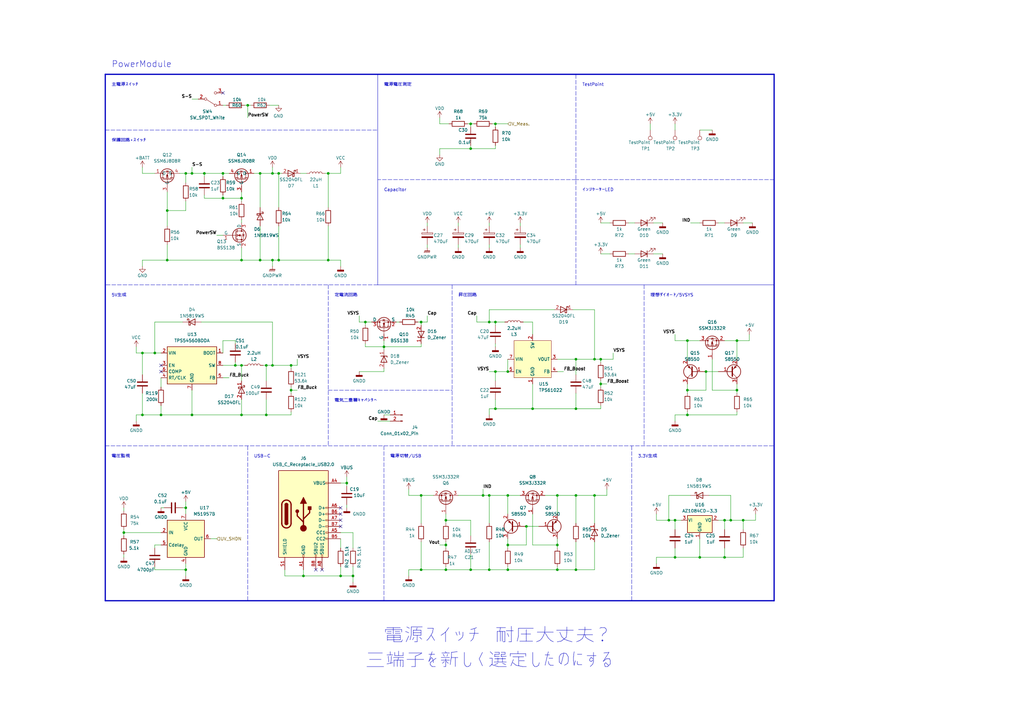
<source format=kicad_sch>
(kicad_sch (version 20230121) (generator eeschema)
  (paper "A3")
  (junction (at 208.28 233.68))
  (junction (at 198.12 203.2))
  (junction (at 99.06 106.68))
  (junction (at 91.44 81.28))
  (junction (at 149.86 132.08))
  (junction (at 111.76 149.86))
  (junction (at 203.2 167.64))
  (junction (at 236.22 233.68))
  (junction (at 142.24 198.12))
  (junction (at 119.38 149.86))
  (junction (at 228.6 233.68))
  (junction (at 304.8 213.36))
  (junction (at 203.2 132.08))
  (junction (at 101.6 43.18))
  (junction (at 66.04 170.18))
  (junction (at 99.06 170.18))
  (junction (at 78.74 170.18))
  (junction (at 124.46 236.22))
  (junction (at 76.2 71.12))
  (junction (at 215.9 215.9))
  (junction (at 203.2 152.4))
  (junction (at 172.72 233.68))
  (junction (at 109.22 170.18))
  (junction (at 111.76 71.12))
  (junction (at 182.88 213.36))
  (junction (at 243.84 147.32))
  (junction (at 228.6 203.2))
  (junction (at 297.18 228.6))
  (junction (at 246.38 157.48))
  (junction (at 193.04 233.68))
  (junction (at 68.58 106.68))
  (junction (at 68.58 86.36))
  (junction (at 106.68 106.68))
  (junction (at 172.72 132.08))
  (junction (at 114.3 106.68))
  (junction (at 246.38 147.32))
  (junction (at 99.06 81.28))
  (junction (at 76.2 233.68))
  (junction (at 63.5 144.78))
  (junction (at 172.72 203.2))
  (junction (at 139.7 236.22))
  (junction (at 208.28 203.2))
  (junction (at 200.66 132.08))
  (junction (at 302.26 139.7))
  (junction (at 200.66 203.2))
  (junction (at 274.32 213.36))
  (junction (at 96.52 149.86))
  (junction (at 236.22 147.32))
  (junction (at 50.8 218.44))
  (junction (at 119.38 160.02))
  (junction (at 236.22 167.64))
  (junction (at 109.22 149.86))
  (junction (at 200.66 233.68))
  (junction (at 58.42 170.18))
  (junction (at 91.44 71.12))
  (junction (at 78.74 71.12))
  (junction (at 281.94 139.7))
  (junction (at 134.62 106.68))
  (junction (at 134.62 71.12))
  (junction (at 299.72 213.36))
  (junction (at 297.18 213.36))
  (junction (at 281.94 160.02))
  (junction (at 276.86 228.6))
  (junction (at 276.86 213.36))
  (junction (at 83.82 71.12))
  (junction (at 193.04 60.96))
  (junction (at 58.42 144.78))
  (junction (at 302.26 160.02))
  (junction (at 76.2 208.28))
  (junction (at 236.22 203.2))
  (junction (at 203.2 50.8))
  (junction (at 289.56 152.4))
  (junction (at 114.3 71.12))
  (junction (at 287.02 228.6))
  (junction (at 228.6 223.52))
  (junction (at 243.84 203.2))
  (junction (at 157.48 142.24))
  (junction (at 281.94 170.18))
  (junction (at 111.76 106.68))
  (junction (at 193.04 50.8))
  (junction (at 182.88 223.52))
  (junction (at 99.06 149.86))
  (junction (at 182.88 233.68))
  (junction (at 144.78 236.22))
  (junction (at 106.68 71.12))
  (junction (at 208.28 152.4))
  (junction (at 218.44 167.64))
  (junction (at 208.28 223.52))
  (no_connect (at 66.04 149.86))
  (no_connect (at 91.44 38.1))
  (no_connect (at 139.7 215.9))
  (no_connect (at 129.54 233.68))
  (no_connect (at 132.08 233.68))
  (no_connect (at 139.7 208.28))
  (no_connect (at 139.7 213.36))
  (no_connect (at 139.7 210.82))
  (no_connect (at 66.04 152.4))
  (wire (pts (xy 63.5 233.68) (xy 76.2 233.68)))
  (wire (pts (xy 144.78 236.22) (xy 144.78 238.76)))
  (wire (pts (xy 157.48 139.7) (xy 157.48 142.24)))
  (wire (pts (xy 297.18 224.79) (xy 297.18 228.6)))
  (wire (pts (xy 68.58 86.36) (xy 68.58 92.71)))
  (wire (pts (xy 218.44 210.82) (xy 218.44 223.52)))
  (wire (pts (xy 287.02 220.98) (xy 287.02 228.6)))
  (wire (pts (xy 78.74 170.18) (xy 99.06 170.18)))
  (wire (pts (xy 193.04 227.33) (xy 193.04 233.68)))
  (wire (pts (xy 309.88 210.82) (xy 309.88 213.36)))
  (wire (pts (xy 269.24 228.6) (xy 269.24 231.14)))
  (wire (pts (xy 175.26 129.54) (xy 175.26 132.08)))
  (wire (pts (xy 294.64 91.44) (xy 297.18 91.44)))
  (wire (pts (xy 281.94 160.02) (xy 289.56 160.02)))
  (wire (pts (xy 208.28 233.68) (xy 228.6 233.68)))
  (wire (pts (xy 228.6 152.4) (xy 231.14 152.4)))
  (wire (pts (xy 234.95 127) (xy 243.84 127)))
  (wire (pts (xy 276.86 170.18) (xy 276.86 172.72)))
  (wire (pts (xy 157.48 142.24) (xy 157.48 143.51)))
  (polyline (pts (xy 236.22 73.66) (xy 154.94 73.66)) (stroke (width 0) (type dash)))
  (wire (pts (xy 66.04 154.94) (xy 66.04 158.75)))
  (wire (pts (xy 139.7 106.68) (xy 139.7 109.22)))
  (wire (pts (xy 200.66 233.68) (xy 208.28 233.68)))
  (wire (pts (xy 55.88 170.18) (xy 55.88 172.72)))
  (wire (pts (xy 63.5 132.08) (xy 63.5 144.78)))
  (wire (pts (xy 236.22 147.32) (xy 243.84 147.32)))
  (wire (pts (xy 180.34 223.52) (xy 182.88 223.52)))
  (wire (pts (xy 50.8 218.44) (xy 66.04 218.44)))
  (wire (pts (xy 276.86 228.6) (xy 287.02 228.6)))
  (wire (pts (xy 58.42 144.78) (xy 63.5 144.78)))
  (polyline (pts (xy 317.5 30.48) (xy 317.5 246.38)) (stroke (width 0.5) (type solid)))
  (wire (pts (xy 187.96 100.33) (xy 187.96 101.6)))
  (wire (pts (xy 236.22 203.2) (xy 243.84 203.2)))
  (wire (pts (xy 58.42 71.12) (xy 63.5 71.12)))
  (wire (pts (xy 172.72 233.68) (xy 182.88 233.68)))
  (wire (pts (xy 193.04 233.68) (xy 200.66 233.68)))
  (wire (pts (xy 114.3 71.12) (xy 115.57 71.12)))
  (wire (pts (xy 182.88 214.63) (xy 182.88 213.36)))
  (wire (pts (xy 248.92 200.66) (xy 248.92 203.2)))
  (wire (pts (xy 276.86 50.8) (xy 276.86 53.34)))
  (wire (pts (xy 200.66 167.64) (xy 200.66 170.18)))
  (polyline (pts (xy 43.18 30.48) (xy 317.5 30.48)) (stroke (width 0.5) (type solid)))
  (wire (pts (xy 139.7 232.41) (xy 139.7 236.22)))
  (wire (pts (xy 134.62 71.12) (xy 134.62 85.09)))
  (wire (pts (xy 147.32 152.4) (xy 157.48 152.4)))
  (wire (pts (xy 299.72 213.36) (xy 304.8 213.36)))
  (wire (pts (xy 76.2 233.68) (xy 76.2 236.22)))
  (wire (pts (xy 86.36 220.98) (xy 88.9 220.98)))
  (wire (pts (xy 208.28 232.41) (xy 208.28 233.68)))
  (wire (pts (xy 101.6 43.18) (xy 102.87 43.18)))
  (wire (pts (xy 228.6 232.41) (xy 228.6 233.68)))
  (wire (pts (xy 243.84 127) (xy 243.84 147.32)))
  (wire (pts (xy 276.86 224.79) (xy 276.86 228.6)))
  (wire (pts (xy 99.06 78.74) (xy 99.06 81.28)))
  (wire (pts (xy 200.66 167.64) (xy 203.2 167.64)))
  (wire (pts (xy 182.88 222.25) (xy 182.88 223.52)))
  (wire (pts (xy 50.8 217.17) (xy 50.8 218.44)))
  (wire (pts (xy 266.7 50.8) (xy 266.7 53.34)))
  (wire (pts (xy 203.2 152.4) (xy 208.28 152.4)))
  (wire (pts (xy 228.6 210.82) (xy 228.6 203.2)))
  (wire (pts (xy 302.26 168.91) (xy 302.26 170.18)))
  (wire (pts (xy 119.38 168.91) (xy 119.38 170.18)))
  (wire (pts (xy 50.8 228.6) (xy 50.8 227.33)))
  (wire (pts (xy 157.48 170.18) (xy 160.02 170.18)))
  (wire (pts (xy 100.33 43.18) (xy 101.6 43.18)))
  (wire (pts (xy 96.52 148.59) (xy 96.52 149.86)))
  (wire (pts (xy 91.44 71.12) (xy 93.98 71.12)))
  (wire (pts (xy 99.06 163.83) (xy 99.06 170.18)))
  (wire (pts (xy 139.7 106.68) (xy 134.62 106.68)))
  (wire (pts (xy 302.26 147.32) (xy 302.26 139.7)))
  (wire (pts (xy 276.86 213.36) (xy 276.86 217.17)))
  (wire (pts (xy 114.3 106.68) (xy 134.62 106.68)))
  (wire (pts (xy 83.82 71.12) (xy 83.82 72.39)))
  (wire (pts (xy 246.38 156.21) (xy 246.38 157.48)))
  (wire (pts (xy 203.2 163.83) (xy 203.2 167.64)))
  (wire (pts (xy 68.58 106.68) (xy 99.06 106.68)))
  (polyline (pts (xy 259.08 182.88) (xy 259.08 246.38)) (stroke (width 0) (type dash)))
  (wire (pts (xy 76.2 71.12) (xy 78.74 71.12)))
  (wire (pts (xy 139.7 236.22) (xy 124.46 236.22)))
  (wire (pts (xy 292.1 160.02) (xy 302.26 160.02)))
  (wire (pts (xy 76.2 82.55) (xy 76.2 86.36)))
  (wire (pts (xy 91.44 80.01) (xy 91.44 81.28)))
  (wire (pts (xy 193.04 52.07) (xy 193.04 50.8)))
  (wire (pts (xy 58.42 68.58) (xy 58.42 71.12)))
  (wire (pts (xy 76.2 231.14) (xy 76.2 233.68)))
  (wire (pts (xy 213.36 100.33) (xy 213.36 101.6)))
  (wire (pts (xy 106.68 106.68) (xy 111.76 106.68)))
  (wire (pts (xy 111.76 106.68) (xy 114.3 106.68)))
  (wire (pts (xy 304.8 213.36) (xy 304.8 217.17)))
  (wire (pts (xy 243.84 147.32) (xy 246.38 147.32)))
  (wire (pts (xy 218.44 167.64) (xy 236.22 167.64)))
  (polyline (pts (xy 43.18 53.34) (xy 154.94 53.34)) (stroke (width 0) (type dash)))
  (wire (pts (xy 297.18 213.36) (xy 297.18 217.17)))
  (wire (pts (xy 203.2 59.69) (xy 203.2 60.96)))
  (wire (pts (xy 200.66 214.63) (xy 200.66 203.2)))
  (wire (pts (xy 213.36 203.2) (xy 208.28 203.2)))
  (wire (pts (xy 269.24 213.36) (xy 274.32 213.36)))
  (wire (pts (xy 74.93 132.08) (xy 63.5 132.08)))
  (polyline (pts (xy 317.5 73.66) (xy 236.22 73.66)) (stroke (width 0) (type dash)))
  (wire (pts (xy 76.2 86.36) (xy 68.58 86.36)))
  (wire (pts (xy 203.2 167.64) (xy 218.44 167.64)))
  (wire (pts (xy 200.66 222.25) (xy 200.66 233.68)))
  (wire (pts (xy 215.9 215.9) (xy 220.98 215.9)))
  (wire (pts (xy 290.83 203.2) (xy 299.72 203.2)))
  (wire (pts (xy 144.78 218.44) (xy 144.78 224.79)))
  (wire (pts (xy 121.92 147.32) (xy 121.92 149.86)))
  (wire (pts (xy 215.9 223.52) (xy 215.9 215.9)))
  (wire (pts (xy 124.46 236.22) (xy 124.46 233.68)))
  (wire (pts (xy 88.9 96.52) (xy 91.44 96.52)))
  (wire (pts (xy 96.52 139.7) (xy 96.52 140.97)))
  (wire (pts (xy 172.72 142.24) (xy 157.48 142.24)))
  (wire (pts (xy 203.2 140.97) (xy 203.2 142.24)))
  (wire (pts (xy 246.38 157.48) (xy 246.38 158.75)))
  (wire (pts (xy 200.66 100.33) (xy 200.66 101.6)))
  (wire (pts (xy 116.84 236.22) (xy 124.46 236.22)))
  (wire (pts (xy 289.56 152.4) (xy 294.64 152.4)))
  (wire (pts (xy 106.68 71.12) (xy 111.76 71.12)))
  (wire (pts (xy 246.38 166.37) (xy 246.38 167.64)))
  (wire (pts (xy 91.44 154.94) (xy 93.98 154.94)))
  (wire (pts (xy 287.02 228.6) (xy 297.18 228.6)))
  (wire (pts (xy 236.22 233.68) (xy 228.6 233.68)))
  (wire (pts (xy 281.94 168.91) (xy 281.94 170.18)))
  (wire (pts (xy 55.88 170.18) (xy 58.42 170.18)))
  (wire (pts (xy 172.72 132.08) (xy 172.72 133.35)))
  (wire (pts (xy 78.74 40.64) (xy 81.28 40.64)))
  (wire (pts (xy 251.46 144.78) (xy 251.46 147.32)))
  (wire (pts (xy 91.44 43.18) (xy 92.71 43.18)))
  (wire (pts (xy 200.66 127) (xy 200.66 132.08)))
  (wire (pts (xy 149.86 132.08) (xy 152.4 132.08)))
  (wire (pts (xy 267.97 91.44) (xy 271.78 91.44)))
  (wire (pts (xy 182.88 233.68) (xy 182.88 232.41)))
  (wire (pts (xy 236.22 222.25) (xy 236.22 233.68)))
  (wire (pts (xy 281.94 160.02) (xy 281.94 161.29)))
  (wire (pts (xy 208.28 223.52) (xy 208.28 224.79)))
  (wire (pts (xy 302.26 160.02) (xy 302.26 161.29)))
  (wire (pts (xy 78.74 68.58) (xy 78.74 71.12)))
  (wire (pts (xy 91.44 81.28) (xy 99.06 81.28)))
  (wire (pts (xy 123.19 71.12) (xy 125.73 71.12)))
  (wire (pts (xy 195.58 132.08) (xy 200.66 132.08)))
  (wire (pts (xy 182.88 233.68) (xy 193.04 233.68)))
  (wire (pts (xy 193.04 50.8) (xy 191.77 50.8)))
  (wire (pts (xy 276.86 137.16) (xy 276.86 139.7)))
  (wire (pts (xy 182.88 213.36) (xy 182.88 210.82)))
  (wire (pts (xy 149.86 142.24) (xy 157.48 142.24)))
  (wire (pts (xy 287.02 139.7) (xy 281.94 139.7)))
  (wire (pts (xy 248.92 157.48) (xy 246.38 157.48)))
  (wire (pts (xy 83.82 81.28) (xy 91.44 81.28)))
  (wire (pts (xy 111.76 109.22) (xy 111.76 106.68)))
  (wire (pts (xy 147.32 132.08) (xy 149.86 132.08)))
  (wire (pts (xy 274.32 203.2) (xy 274.32 213.36)))
  (wire (pts (xy 149.86 132.08) (xy 149.86 133.35)))
  (wire (pts (xy 193.04 50.8) (xy 194.31 50.8)))
  (wire (pts (xy 193.04 59.69) (xy 193.04 60.96)))
  (wire (pts (xy 142.24 195.58) (xy 142.24 198.12)))
  (wire (pts (xy 78.74 71.12) (xy 83.82 71.12)))
  (polyline (pts (xy 134.62 160.02) (xy 185.42 160.02)) (stroke (width 0) (type dash)))
  (wire (pts (xy 104.14 71.12) (xy 106.68 71.12)))
  (wire (pts (xy 58.42 170.18) (xy 66.04 170.18)))
  (wire (pts (xy 107.95 149.86) (xy 109.22 149.86)))
  (wire (pts (xy 218.44 157.48) (xy 218.44 167.64)))
  (wire (pts (xy 82.55 132.08) (xy 111.76 132.08)))
  (wire (pts (xy 218.44 137.16) (xy 218.44 132.08)))
  (wire (pts (xy 76.2 205.74) (xy 76.2 208.28)))
  (wire (pts (xy 243.84 203.2) (xy 248.92 203.2)))
  (wire (pts (xy 63.5 224.79) (xy 63.5 223.52)))
  (wire (pts (xy 167.64 233.68) (xy 172.72 233.68)))
  (wire (pts (xy 200.66 152.4) (xy 203.2 152.4)))
  (wire (pts (xy 304.8 213.36) (xy 309.88 213.36)))
  (wire (pts (xy 63.5 223.52) (xy 66.04 223.52)))
  (wire (pts (xy 99.06 81.28) (xy 99.06 82.55)))
  (polyline (pts (xy 205.74 182.88) (xy 317.5 182.88)) (stroke (width 0) (type dash)))
  (wire (pts (xy 68.58 78.74) (xy 68.58 86.36)))
  (wire (pts (xy 246.38 147.32) (xy 251.46 147.32)))
  (polyline (pts (xy 134.62 116.84) (xy 134.62 182.88)) (stroke (width 0) (type dash)))
  (wire (pts (xy 171.45 132.08) (xy 172.72 132.08)))
  (wire (pts (xy 198.12 200.66) (xy 198.12 203.2)))
  (wire (pts (xy 243.84 233.68) (xy 236.22 233.68)))
  (wire (pts (xy 297.18 228.6) (xy 304.8 228.6)))
  (wire (pts (xy 236.22 167.64) (xy 236.22 161.29)))
  (wire (pts (xy 91.44 139.7) (xy 96.52 139.7)))
  (wire (pts (xy 236.22 203.2) (xy 236.22 214.63)))
  (wire (pts (xy 175.26 91.44) (xy 175.26 92.71)))
  (wire (pts (xy 134.62 92.71) (xy 134.62 106.68)))
  (wire (pts (xy 228.6 223.52) (xy 228.6 224.79)))
  (wire (pts (xy 274.32 213.36) (xy 276.86 213.36)))
  (wire (pts (xy 281.94 170.18) (xy 302.26 170.18)))
  (wire (pts (xy 50.8 218.44) (xy 50.8 219.71)))
  (wire (pts (xy 304.8 224.79) (xy 304.8 228.6)))
  (wire (pts (xy 180.34 50.8) (xy 184.15 50.8)))
  (wire (pts (xy 228.6 203.2) (xy 236.22 203.2)))
  (wire (pts (xy 106.68 71.12) (xy 106.68 85.09)))
  (polyline (pts (xy 154.94 116.84) (xy 43.18 116.84)) (stroke (width 0) (type dash)))
  (wire (pts (xy 299.72 203.2) (xy 299.72 213.36)))
  (wire (pts (xy 246.38 167.64) (xy 236.22 167.64)))
  (wire (pts (xy 208.28 203.2) (xy 208.28 210.82)))
  (wire (pts (xy 55.88 144.78) (xy 58.42 144.78)))
  (wire (pts (xy 180.34 60.96) (xy 193.04 60.96)))
  (wire (pts (xy 58.42 161.29) (xy 58.42 170.18)))
  (wire (pts (xy 116.84 233.68) (xy 116.84 236.22)))
  (wire (pts (xy 213.36 91.44) (xy 213.36 92.71)))
  (polyline (pts (xy 154.94 116.84) (xy 317.5 116.84)) (stroke (width 0) (type solid)))
  (wire (pts (xy 78.74 160.02) (xy 78.74 170.18)))
  (wire (pts (xy 73.66 71.12) (xy 76.2 71.12)))
  (wire (pts (xy 297.18 213.36) (xy 299.72 213.36)))
  (wire (pts (xy 101.6 43.18) (xy 101.6 48.26)))
  (wire (pts (xy 121.92 149.86) (xy 119.38 149.86)))
  (wire (pts (xy 175.26 100.33) (xy 175.26 101.6)))
  (wire (pts (xy 119.38 151.13) (xy 119.38 149.86)))
  (wire (pts (xy 106.68 92.71) (xy 106.68 106.68)))
  (wire (pts (xy 99.06 149.86) (xy 99.06 156.21)))
  (wire (pts (xy 195.58 129.54) (xy 195.58 132.08)))
  (wire (pts (xy 66.04 170.18) (xy 78.74 170.18)))
  (wire (pts (xy 167.64 236.22) (xy 167.64 233.68)))
  (wire (pts (xy 208.28 220.98) (xy 208.28 223.52)))
  (wire (pts (xy 172.72 203.2) (xy 177.8 203.2)))
  (wire (pts (xy 182.88 213.36) (xy 193.04 213.36)))
  (wire (pts (xy 111.76 149.86) (xy 119.38 149.86)))
  (wire (pts (xy 50.8 208.28) (xy 50.8 209.55)))
  (wire (pts (xy 58.42 144.78) (xy 58.42 153.67)))
  (wire (pts (xy 182.88 223.52) (xy 182.88 224.79)))
  (polyline (pts (xy 43.18 246.38) (xy 43.18 30.48)) (stroke (width 0.5)))
  (wire (pts (xy 292.1 147.32) (xy 292.1 160.02)))
  (wire (pts (xy 91.44 144.78) (xy 91.44 139.7)))
  (wire (pts (xy 139.7 236.22) (xy 144.78 236.22)))
  (wire (pts (xy 114.3 71.12) (xy 111.76 71.12)))
  (wire (pts (xy 218.44 223.52) (xy 228.6 223.52)))
  (wire (pts (xy 172.72 140.97) (xy 172.72 142.24)))
  (wire (pts (xy 276.86 170.18) (xy 281.94 170.18)))
  (polyline (pts (xy 264.16 116.84) (xy 264.16 182.88)) (stroke (width 0) (type dash)))
  (wire (pts (xy 99.06 101.6) (xy 99.06 106.68)))
  (wire (pts (xy 281.94 157.48) (xy 281.94 160.02)))
  (wire (pts (xy 257.81 91.44) (xy 260.35 91.44)))
  (wire (pts (xy 203.2 132.08) (xy 207.01 132.08)))
  (wire (pts (xy 187.96 91.44) (xy 187.96 92.71)))
  (wire (pts (xy 236.22 147.32) (xy 236.22 153.67)))
  (wire (pts (xy 214.63 132.08) (xy 218.44 132.08)))
  (wire (pts (xy 68.58 106.68) (xy 58.42 106.68)))
  (wire (pts (xy 193.04 219.71) (xy 193.04 213.36)))
  (wire (pts (xy 246.38 91.44) (xy 250.19 91.44)))
  (wire (pts (xy 200.66 203.2) (xy 208.28 203.2)))
  (wire (pts (xy 203.2 50.8) (xy 208.28 50.8)))
  (wire (pts (xy 111.76 68.58) (xy 111.76 71.12)))
  (wire (pts (xy 267.97 104.14) (xy 271.78 104.14)))
  (wire (pts (xy 58.42 106.68) (xy 58.42 109.22)))
  (wire (pts (xy 203.2 50.8) (xy 203.2 52.07)))
  (wire (pts (xy 223.52 203.2) (xy 228.6 203.2)))
  (wire (pts (xy 287.02 53.34) (xy 292.1 53.34)))
  (wire (pts (xy 307.34 137.16) (xy 307.34 139.7)))
  (wire (pts (xy 111.76 132.08) (xy 111.76 149.86)))
  (wire (pts (xy 172.72 132.08) (xy 175.26 132.08)))
  (wire (pts (xy 91.44 71.12) (xy 91.44 72.39)))
  (wire (pts (xy 180.34 63.5) (xy 180.34 60.96)))
  (wire (pts (xy 119.38 160.02) (xy 119.38 161.29)))
  (wire (pts (xy 228.6 220.98) (xy 228.6 223.52)))
  (wire (pts (xy 200.66 91.44) (xy 200.66 92.71)))
  (wire (pts (xy 208.28 152.4) (xy 208.28 147.32)))
  (wire (pts (xy 187.96 203.2) (xy 198.12 203.2)))
  (wire (pts (xy 274.32 203.2) (xy 283.21 203.2)))
  (wire (pts (xy 193.04 60.96) (xy 203.2 60.96)))
  (wire (pts (xy 180.34 48.26) (xy 180.34 50.8)))
  (wire (pts (xy 63.5 232.41) (xy 63.5 233.68)))
  (wire (pts (xy 203.2 132.08) (xy 203.2 133.35)))
  (wire (pts (xy 167.64 203.2) (xy 172.72 203.2)))
  (wire (pts (xy 157.48 151.13) (xy 157.48 152.4)))
  (wire (pts (xy 121.92 160.02) (xy 119.38 160.02)))
  (wire (pts (xy 109.22 149.86) (xy 109.22 156.21)))
  (wire (pts (xy 200.66 127) (xy 227.33 127)))
  (wire (pts (xy 302.26 157.48) (xy 302.26 160.02)))
  (wire (pts (xy 144.78 232.41) (xy 144.78 236.22)))
  (wire (pts (xy 294.64 213.36) (xy 297.18 213.36)))
  (wire (pts (xy 154.94 172.72) (xy 160.02 172.72)))
  (polyline (pts (xy 236.22 116.84) (xy 236.22 30.48)) (stroke (width 0) (type dash)))
  (wire (pts (xy 228.6 147.32) (xy 236.22 147.32)))
  (wire (pts (xy 289.56 160.02) (xy 289.56 152.4)))
  (wire (pts (xy 276.86 139.7) (xy 281.94 139.7)))
  (wire (pts (xy 162.56 132.08) (xy 163.83 132.08)))
  (wire (pts (xy 133.35 71.12) (xy 134.62 71.12)))
  (wire (pts (xy 109.22 149.86) (xy 111.76 149.86)))
  (wire (pts (xy 114.3 92.71) (xy 114.3 106.68)))
  (wire (pts (xy 139.7 220.98) (xy 139.7 224.79)))
  (wire (pts (xy 281.94 139.7) (xy 281.94 147.32)))
  (wire (pts (xy 63.5 144.78) (xy 66.04 144.78)))
  (wire (pts (xy 110.49 43.18) (xy 114.3 43.18)))
  (wire (pts (xy 302.26 139.7) (xy 307.34 139.7)))
  (wire (pts (xy 76.2 208.28) (xy 76.2 210.82)))
  (wire (pts (xy 243.84 203.2) (xy 243.84 214.63)))
  (wire (pts (xy 83.82 80.01) (xy 83.82 81.28)))
  (wire (pts (xy 66.04 166.37) (xy 66.04 170.18)))
  (wire (pts (xy 114.3 71.12) (xy 114.3 85.09)))
  (wire (pts (xy 243.84 222.25) (xy 243.84 233.68)))
  (wire (pts (xy 208.28 223.52) (xy 215.9 223.52)))
  (wire (pts (xy 66.04 208.28) (xy 67.31 208.28)))
  (wire (pts (xy 139.7 68.58) (xy 139.7 71.12)))
  (wire (pts (xy 149.86 140.97) (xy 149.86 142.24)))
  (wire (pts (xy 109.22 170.18) (xy 119.38 170.18)))
  (wire (pts (xy 246.38 104.14) (xy 250.19 104.14)))
  (polyline (pts (xy 101.6 182.88) (xy 101.6 246.38)) (stroke (width 0) (type dash)))
  (wire (pts (xy 283.21 91.44) (xy 287.02 91.44)))
  (wire (pts (xy 139.7 218.44) (xy 144.78 218.44)))
  (wire (pts (xy 203.2 152.4) (xy 203.2 156.21)))
  (wire (pts (xy 142.24 198.12) (xy 142.24 199.39)))
  (wire (pts (xy 276.86 213.36) (xy 279.4 213.36)))
  (wire (pts (xy 99.06 90.17) (xy 99.06 91.44)))
  (wire (pts (xy 68.58 100.33) (xy 68.58 106.68)))
  (wire (pts (xy 119.38 158.75) (xy 119.38 160.02)))
  (polyline (pts (xy 185.42 116.84) (xy 185.42 182.88)) (stroke (width 0) (type dash)))
  (polyline (pts (xy 154.94 30.48) (xy 154.94 116.84)) (stroke (width 0) (type solid)))
  (wire (pts (xy 172.72 222.25) (xy 172.72 233.68)))
  (wire (pts (xy 246.38 148.59) (xy 246.38 147.32)))
  (wire (pts (xy 99.06 170.18) (xy 109.22 170.18)))
  (wire (pts (xy 147.32 129.54) (xy 147.32 132.08)))
  (wire (pts (xy 134.62 71.12) (xy 139.7 71.12)))
  (wire (pts (xy 304.8 91.44) (xy 308.61 91.44)))
  (wire (pts (xy 96.52 149.86) (xy 99.06 149.86)))
  (polyline (pts (xy 157.48 182.88) (xy 157.48 246.38)) (stroke (width 0) (type dash)))
  (wire (pts (xy 76.2 71.12) (xy 76.2 74.93)))
  (polyline (pts (xy 317.5 246.38) (xy 43.18 246.38)) (stroke (width 0.5) (type solid)))
  (wire (pts (xy 74.93 208.28) (xy 76.2 208.28)))
  (wire (pts (xy 200.66 132.08) (xy 203.2 132.08)))
  (wire (pts (xy 172.72 203.2) (xy 172.72 214.63)))
  (polyline (pts (xy 43.18 182.88) (xy 205.74 182.88)) (stroke (width 0) (type dash)))
  (wire (pts (xy 83.82 71.12) (xy 91.44 71.12)))
  (wire (pts (xy 99.06 149.86) (xy 100.33 149.86)))
  (wire (pts (xy 269.24 228.6) (xy 276.86 228.6)))
  (wire (pts (xy 142.24 207.01) (xy 142.24 208.28)))
  (wire (pts (xy 167.64 200.66) (xy 167.64 203.2)))
  (wire (pts (xy 257.81 104.14) (xy 260.35 104.14)))
  (wire (pts (xy 55.88 144.78) (xy 55.88 142.24)))
  (wire (pts (xy 91.44 149.86) (xy 96.52 149.86)))
  (wire (pts (xy 198.12 203.2) (xy 200.66 203.2)))
  (wire (pts (xy 297.18 139.7) (xy 302.26 139.7)))
  (wire (pts (xy 109.22 163.83) (xy 109.22 170.18)))
  (wire (pts (xy 139.7 198.12) (xy 142.24 198.12)))
  (wire (pts (xy 99.06 106.68) (xy 106.68 106.68)))
  (wire (pts (xy 201.93 50.8) (xy 203.2 50.8)))
  (wire (pts (xy 269.24 210.82) (xy 269.24 213.36)))
  (text "電圧監視" (at 45.72 187.96 0) (effects (font (size 1.27 1.27)) (justify left bottom)))
  (text "定電流回路" (at 137.16 121.92 0) (effects (font (size 1.27 1.27)) (justify left bottom)))
  (text "5V生成" (at 45.72 121.92 0) (effects (font (size 1.27 1.27)) (justify left bottom)))
  (text "電源切替/USB" (at 160.02 187.96 0) (effects (font (size 1.27 1.27)) (justify left bottom)))
  (text "電源スイッチ　耐圧大丈夫？" (at 157.48 264.16 0) (effects (font (size 5.56 5.56)) (justify left bottom)))
  (text "電源電圧測定" (at 157.48 35.56 0) (effects (font (size 1.27 1.27)) (justify left bottom)))
  (text "3.3V生成" (at 261.62 187.96 0) (effects (font (size 1.27 1.27)) (justify left bottom)))
  (text "主電源スイッチ" (at 45.72 35.56 0) (effects (font (size 1.27 1.27)) (justify left bottom)))
  (text "昇圧回路" (at 187.96 121.92 0) (effects (font (size 1.27 1.27)) (justify left bottom)))
  (text "理想ダイオード/5VSYS" (at 266.7 121.92 0) (effects (font (size 1.27 1.27)) (justify left bottom)))
  (text "保護回路・スイッチ" (at 45.72 58.42 0) (effects (font (size 1.27 1.27)) (justify left bottom)))
  (text "三端子を新しく選定したのにする" (at 149.86 274.32 0) (effects (font (size 5.56 5.56)) (justify left bottom)))
  (text "TestPoint" (at 238.76 35.56 0) (effects (font (size 1.27 1.27)) (justify left bottom)))
  (text "Capacitor" (at 157.48 78.74 0) (effects (font (size 1.27 1.27)) (justify left bottom)))
  (text "USB-C" (at 104.14 187.96 0) (effects (font (size 1.27 1.27)) (justify left bottom)))
  (text "電気二重層キャパシタへ" (at 137.16 165.1 0) (effects (font (size 1.27 1.27)) (justify left bottom)))
  (text "インジケーターLED" (at 238.76 78.74 0) (effects (font (size 1.27 1.27)) (justify left bottom)))
  (text "PowerModule" (at 45.72 27.94 0) (effects (font (size 2.54 2.54)) (justify left bottom)))
  (label "VSYS" (at 121.92 147.32 0) (effects (font (thickness 0.254) bold)))
  (label "Cap" (at 175.26 129.54 0) (effects (font (thickness 0.254) bold)))
  (label "Vout" (at 180.34 223.52 180) (effects (font (thickness 0.254) bold)))
  (label "FB_Boost" (at 231.14 152.4 0) (effects (font (thickness 0.254) bold italic)))
  (label "VSYS" (at 276.86 137.16 180) (effects (font (thickness 0.254) bold)))
  (label "PowerSW" (at 88.9 96.52 180) (effects (font (thickness 0.254) bold)))
  (label "FB_Buck" (at 93.98 154.94 0) (effects (font (thickness 0.254) bold italic)))
  (label "S-S" (at 78.74 40.64 180) (effects (font (thickness 0.254) bold)))
  (label "VSYS" (at 251.46 144.78 0) (effects (font (thickness 0.254) bold)))
  (label "IND" (at 198.12 200.66 0) (effects (font (thickness 0.254) bold)))
  (label "Cap" (at 195.58 129.54 180) (effects (font (thickness 0.254) bold)))
  (label "S-S" (at 78.74 68.58 0) (effects (font (thickness 0.254) bold)))
  (label "IND" (at 283.21 91.44 180) (effects (font (thickness 0.254) bold)))
  (label "PowerSW" (at 101.6 48.26 0) (effects (font (thickness 0.254) bold)))
  (label "Cap" (at 154.94 172.72 180) (effects (font (thickness 0.254) bold)))
  (label "VSYS" (at 200.66 152.4 180) (effects (font (thickness 0.254) bold)))
  (label "VSYS" (at 147.32 129.54 180) (effects (font (thickness 0.254) bold)))
  (label "FB_Buck" (at 121.92 160.02 0) (effects (font (thickness 0.254) bold italic)))
  (label "FB_Boost" (at 248.92 157.48 0) (effects (font (thickness 0.254) bold italic)))
  (hierarchical_label "UV_SHDN" (shape input) (at 88.9 220.98 0))
  (hierarchical_label "V_Meas." (shape input) (at 208.28 50.8 0))
  (symbol (lib_id "Device:C_Polarized") (at 175.26 96.52 0) (unit 1)
    (property "Reference" "C27" (at 177.8 96.52 0) (effects (justify left)))
    (property "Value" "470uF" (at 177.8 99.06 0) (effects (justify left)))
  )
  (symbol (lib_id "power:GND") (at 58.42 109.22 0) (unit 1)
    (property "Reference" "#PWR082" (effects hide))
    (property "Value" "GND" (at 58.42 113.03 0))
  )
  (symbol (lib_id "Device:R") (at 50.8 213.36 180) (unit 1)
    (property "Reference" "R54" (at 53.34 212.09 0) (effects (justify right)))
    (property "Value" "75k" (at 53.34 214.63 0) (effects (justify right)))
    (property "Footprint" "Resistor_SMD:R_0603_1608Metric" (effects hide))
  )
  (symbol (lib_id "Device:R") (at 254 91.44 270) (mirror x) (unit 1)
    (property "Reference" "R72" (at 254 96.52 90))
    (property "Value" "1k" (at 254 93.98 90))
    (property "Footprint" "Resistor_SMD:R_0402_1005Metric" (effects hide))
  )
  (symbol (lib_id "Device:R") (at 187.96 50.8 90) (unit 1)
    (property "Reference" "R68" (at 187.96 45.72 90))
    (property "Value" "1k" (at 187.96 48.26 90))
    (property "Footprint" "Resistor_SMD:R_0603_1608Metric" (effects hide))
  )
  (symbol (lib_id "Device:LED") (at 300.99 91.44 180) (unit 1)
    (property "Reference" "D9" (at 300.99 96.52 0))
    (property "Value" "Green" (at 300.99 93.98 0))
    (property "Footprint" "LED_SMD:LED_0603_1608Metric_Pad1.05x0.95mm_HandSolder" (effects hide))
  )
  (symbol (lib_id "Device:R") (at 76.2 78.74 0) (unit 1)
    (property "Reference" "R58" (at 77.47 77.47 0) (effects (justify left)))
    (property "Value" "10k" (at 77.47 80.01 0) (effects (justify left)))
    (property "Footprint" "Resistor_SMD:R_0402_1005Metric" (effects hide))
  )
  (symbol (lib_id "Device:C") (at 63.5 228.6 0) (mirror x) (unit 1)
    (property "Reference" "C47" (at 63.5 231.14 0) (effects (justify right)))
    (property "Value" "4700pF" (at 63.5 233.68 0) (effects (justify right)))
    (property "Footprint" "Capacitor_SMD:C_0603_1608Metric" (effects hide))
  )
  (symbol (lib_id "Device:L") (at 129.54 71.12 90) (unit 1)
    (property "Reference" "L1" (at 129.54 76.2 90))
    (property "Value" "22uH" (at 129.54 73.66 90))
    (property "Footprint" "MyLibrary:Inductor_CDPH4D19F" (effects hide))
  )
  (symbol (lib_id "Device:D_Schottky") (at 231.14 127 0) (mirror y) (unit 1)
    (property "Reference" "D19" (at 231.14 132.08 0))
    (property "Value" "SS2040FL" (at 231.14 129.54 0))
    (property "Footprint" "Diode_SMD:D_SOD-123" (effects hide))
  )
  (symbol (lib_id "power:+5V") (at 269.24 210.82 0) (unit 1)
    (property "Reference" "#PWR084" (effects hide))
    (property "Value" "+5V" (at 269.24 207.01 0))
  )
  (symbol (lib_id "Device:Q_PNP_BEC") (at 210.82 215.9 180) (unit 1)
    (property "Reference" "Q7" (at 215.9 208.28 0) (effects (justify left)))
    (property "Value" "S8550" (at 215.9 210.82 0) (effects (justify left)))
    (property "Footprint" "Package_TO_SOT_SMD:SOT-23" (effects hide))
  )
  (symbol (lib_id "power:+3.3V") (at 309.88 210.82 0) (unit 1)
    (property "Reference" "#PWR093" (effects hide))
    (property "Value" "+3.3V" (at 309.88 207.01 0))
  )
  (symbol (lib_id "Device:R") (at 281.94 165.1 180) (unit 1)
    (property "Reference" "R63" (at 284.48 163.8299 0) (effects (justify right)))
    (property "Value" "10k" (at 284.48 166.3699 0) (effects (justify right)))
    (property "Footprint" "Resistor_SMD:R_0402_1005Metric" (effects hide))
  )
  (symbol (lib_id "Connector:TestPoint") (at 276.86 53.34 180) (unit 1)
    (property "Reference" "TP2" (at 276.86 60.96 0) (effects (justify left)))
    (property "Value" "TestPoint" (at 276.86 58.42 0) (effects (justify left)))
    (property "Footprint" "TestPoint:TestPoint_THTPad_D2.0mm_Drill1.0mm" (effects hide))
  )
  (symbol (lib_id "Device:R") (at 139.7 228.6 0) (mirror x) (unit 1)
    (property "Reference" "R42" (at 142.24 231.14 90))
    (property "Value" "5.1k" (at 142.24 226.06 90))
    (property "Footprint" "Resistor_SMD:R_0402_1005Metric" (effects hide))
  )
  (symbol (lib_id "power:+5V") (at 248.92 200.66 0) (mirror y) (unit 1)
    (property "Reference" "#PWR083" (effects hide))
    (property "Value" "+5V" (at 248.92 196.85 0))
  )
  (symbol (lib_id "power:+3.3V") (at 246.38 104.14 0) (unit 1)
    (property "Reference" "#PWR0112" (effects hide))
    (property "Value" "+3.3V" (at 246.38 100.33 0))
  )
  (symbol (lib_id "power:GNDD") (at 203.2 142.24 0) (unit 1)
    (property "Reference" "#PWR0149" (effects hide))
    (property "Value" "GNDD" (at 203.2 146.05 0))
  )
  (symbol (lib_id "Device:C_Polarized") (at 200.66 96.52 0) (unit 1)
    (property "Reference" "C32" (at 203.2 96.52 0) (effects (justify left)))
    (property "Value" "470uF" (at 203.2 99.06 0) (effects (justify left)))
  )
  (symbol (lib_id "power:GNDD") (at 308.61 91.44 0) (unit 1)
    (property "Reference" "#PWR0119" (effects hide))
    (property "Value" "GNDD" (at 308.61 95.25 0))
  )
  (symbol (lib_id "Device:R") (at 99.06 86.36 0) (mirror y) (unit 1)
    (property "Reference" "R61" (at 97.79 85.09 0) (effects (justify left)))
    (property "Value" "10k" (at 97.79 87.63 0) (effects (justify left)))
    (property "Footprint" "Resistor_SMD:R_0402_1005Metric" (effects hide))
  )
  (symbol (lib_id "Device:R") (at 106.68 43.18 90) (unit 1)
    (property "Reference" "R62" (at 109.22 43.18 90) (effects (justify left)))
    (property "Value" "10k" (at 109.22 40.8686 90) (effects (justify left)))
    (property "Footprint" "Resistor_SMD:R_0402_1005Metric" (effects hide))
  )
  (symbol (lib_id "power:GNDPWR") (at 175.26 101.6 0) (unit 1)
    (property "Reference" "#PWR099" (effects hide))
    (property "Value" "GNDPWR" (at 175.133 105.41 0))
  )
  (symbol (lib_name "Q_NMOS_GSD_1") (lib_id "Device:Q_NMOS_GSD") (at 96.52 96.52 0) (unit 1)
    (property "Reference" "Q13" (at 88.9 99.06 0) (effects (justify left)))
    (property "Value" "BSS138" (at 88.9 101.6 0) (effects (justify left)))
    (property "Footprint" "Package_TO_SOT_SMD:SOT-23" (effects hide))
  )
  (symbol (lib_id "Device:R") (at 198.12 50.8 90) (unit 1)
    (property "Reference" "R69" (at 198.12 45.72 90))
    (property "Value" "75k" (at 198.12 48.26 90))
    (property "Footprint" "Resistor_SMD:R_0603_1608Metric" (effects hide))
  )
  (symbol (lib_id "Device:C") (at 83.82 76.2 0) (unit 1)
    (property "Reference" "C23" (at 86.36 74.93 0) (effects (justify left)))
    (property "Value" "1uF" (at 86.36 77.47 0) (effects (justify left)))
    (property "Footprint" "Capacitor_SMD:C_0402_1005Metric" (effects hide))
  )
  (symbol (lib_id "power:VDD") (at 111.76 68.58 0) (unit 1)
    (property "Reference" "#PWR087" (effects hide))
    (property "Value" "VDD" (at 111.76 64.77 0))
  )
  (symbol (lib_id "Device:R") (at 200.66 218.44 180) (unit 1)
    (property "Reference" "R48" (at 203.2 217.1699 0) (effects (justify right)))
    (property "Value" "10k" (at 203.2 219.7099 0) (effects (justify right)))
    (property "Footprint" "Resistor_SMD:R_0402_1005Metric" (effects hide))
  )
  (symbol (lib_id "Connector:USB_C_Receptacle_USB2.0") (at 124.46 210.82 0) (unit 1)
    (property "Reference" "J6" (at 124.46 187.96 0))
    (property "Value" "USB_C_Receptacle_USB2.0" (at 124.46 190.5 0))
    (property "Footprint" "Connector_USB:USB_C_Receptacle_G-Switch_GT-USB-7010ASV" (effects hide))
    (property "Datasheet" "https://www.usb.org/sites/default/files/documents/usb_type-c.zip" (effects hide))
  )
  (symbol (lib_id "Device:D_Schottky") (at 99.06 160.02 270) (unit 1)
    (property "Reference" "D17" (at 93.98 162.56 90))
    (property "Value" "SS2040FL" (at 93.98 165.1 90))
    (property "Footprint" "Diode_SMD:D_SOD-123" (effects hide))
  )
  (symbol (lib_id "Device:C_Polarized") (at 213.36 96.52 0) (unit 1)
    (property "Reference" "C34" (at 215.9 96.52 0) (effects (justify left)))
    (property "Value" "470uF" (at 215.9 99.06 0) (effects (justify left)))
  )
  (symbol (lib_id "power:GNDD") (at 167.64 236.22 0) (unit 1)
    (property "Reference" "#PWR062" (effects hide))
    (property "Value" "GNDD" (at 167.64 240.03 0))
  )
  (symbol (lib_id "Converter_DCDC:TPS61022") (at 218.44 147.32 0) (unit 1)
    (property "Reference" "U15" (at 220.98 157.48 0) (effects (justify left)))
    (property "Value" "TPS61022" (at 220.98 160.02 0) (effects (justify left)))
    (property "Footprint" "Package_DFN_QFN:Texas_RWU0007A_VQFN-7_2x2mm_P0.5mm" (effects hide))
    (property "Datasheet" "https://www.ti.com/lit/ds/symlink/tps61022.pdf" (effects hide))
  )
  (symbol (lib_id "power:GNDD") (at 271.78 104.14 0) (unit 1)
    (property "Reference" "#PWR0121" (effects hide))
    (property "Value" "GNDD" (at 271.78 107.95 0))
  )
  (symbol (lib_id "power:GNDD") (at 276.86 172.72 0) (unit 1)
    (property "Reference" "#PWR086" (effects hide))
    (property "Value" "GNDD" (at 276.86 176.53 0))
  )
  (symbol (lib_id "Device:R") (at 119.38 154.94 180) (unit 1)
    (property "Reference" "R121" (at 120.65 153.67 0) (effects (justify right)))
    (property "Value" "53.6k" (at 120.65 156.21 0) (effects (justify right)))
    (property "Footprint" "Resistor_SMD:R_0402_1005Metric" (effects hide))
  )
  (symbol (lib_id "power:+5V") (at 266.7 50.8 0) (unit 1)
    (property "Reference" "#PWR094" (effects hide))
    (property "Value" "+5V" (at 266.7 46.99 0))
  )
  (symbol (lib_id "power:+5V") (at 246.38 91.44 0) (unit 1)
    (property "Reference" "#PWR0111" (effects hide))
    (property "Value" "+5V" (at 246.38 87.63 0))
  )
  (symbol (lib_id "power:+5V") (at 200.66 91.44 0) (unit 1)
    (property "Reference" "#PWR0109" (effects hide))
    (property "Value" "+5V" (at 200.66 87.63 0))
  )
  (symbol (lib_id "power:VDD") (at 175.26 91.44 0) (unit 1)
    (property "Reference" "#PWR098" (effects hide))
    (property "Value" "VDD" (at 175.26 87.63 0))
  )
  (symbol (lib_name "Q_NMOS_GSD_1") (lib_id "Device:Q_NMOS_GSD") (at 157.48 134.62 90) (unit 1)
    (property "Reference" "Q10" (at 167.64 137.16 90) (effects (justify left)))
    (property "Value" "BSS138" (at 167.64 139.7 90) (effects (justify left)))
    (property "Footprint" "Package_TO_SOT_SMD:SOT-23" (effects hide))
  )
  (symbol (lib_id "Device:R") (at 50.8 223.52 0) (mirror y) (unit 1)
    (property "Reference" "R57" (at 57.15 222.25 0) (effects (justify left)))
    (property "Value" "5.1k" (at 57.15 224.79 0) (effects (justify left)))
    (property "Footprint" "Resistor_SMD:R_0603_1608Metric" (effects hide))
  )
  (symbol (lib_id "Device:R") (at 68.58 96.52 0) (unit 1)
    (property "Reference" "R56" (at 69.85 95.25 0) (effects (justify left)))
    (property "Value" "10k" (at 69.85 97.79 0) (effects (justify left)))
    (property "Footprint" "Resistor_SMD:R_0402_1005Metric" (effects hide))
  )
  (symbol (lib_id "Device:R") (at 182.88 218.44 0) (mirror x) (unit 1)
    (property "Reference" "R46" (at 185.42 219.7101 0) (effects (justify left)))
    (property "Value" "10k" (at 185.42 217.1701 0) (effects (justify left)))
    (property "Footprint" "Resistor_SMD:R_0402_1005Metric" (effects hide))
  )
  (symbol (lib_id "power:GNDD") (at 269.24 231.14 0) (unit 1)
    (property "Reference" "#PWR085" (effects hide))
    (property "Value" "GNDD" (at 269.24 234.95 0))
  )
  (symbol (lib_id "Device:C") (at 142.24 203.2 0) (mirror x) (unit 1)
    (property "Reference" "C19" (at 147.32 200.66 0) (effects (justify right)))
    (property "Value" "10uF" (at 149.86 203.2 0) (effects (justify right)))
    (property "Footprint" "Capacitor_SMD:C_0805_2012Metric" (effects hide))
  )
  (symbol (lib_id "Device:R") (at 96.52 43.18 90) (unit 1)
    (property "Reference" "R60" (at 99.06 43.18 90) (effects (justify left)))
    (property "Value" "10k" (at 99.06 40.8686 90) (effects (justify left)))
    (property "Footprint" "Resistor_SMD:R_0402_1005Metric" (effects hide))
  )
  (symbol (lib_id "Device:C") (at 96.52 144.78 0) (unit 1)
    (property "Reference" "C51" (at 96.52 139.7 0) (effects (justify left)))
    (property "Value" "0.1uF" (at 96.52 142.24 0) (effects (justify left)))
    (property "Footprint" "Capacitor_SMD:C_0603_1608Metric" (effects hide))
  )
  (symbol (lib_id "Switch:SW_SPDT") (at 86.36 40.64 0) (mirror x) (unit 1)
    (property "Reference" "SW4" (at 85.09 45.72 0))
    (property "Value" "SW_SPDT_White" (at 85.09 48.26 0))
    (property "Footprint" "MyLibrary:SW_Slide_SPDT_White" (effects hide))
  )
  (symbol (lib_id "Device:R") (at 208.28 228.6 180) (unit 1)
    (property "Reference" "R49" (at 210.82 227.3299 0) (effects (justify right)))
    (property "Value" "10k" (at 210.82 229.8699 0) (effects (justify right)))
    (property "Footprint" "Resistor_SMD:R_0402_1005Metric" (effects hide))
  )
  (symbol (lib_id "Device:R") (at 203.2 55.88 0) (unit 1)
    (property "Reference" "R70" (at 205.74 54.6099 0) (effects (justify left)))
    (property "Value" "10k" (at 205.74 57.1499 0) (effects (justify left)))
    (property "Footprint" "Resistor_SMD:R_0603_1608Metric" (effects hide))
  )
  (symbol (lib_id "Device:C") (at 203.2 160.02 0) (mirror y) (unit 1)
    (property "Reference" "C22" (at 200.66 160.02 0) (effects (justify left)))
    (property "Value" "1uF" (at 200.66 162.56 0) (effects (justify left)))
    (property "Footprint" "Capacitor_SMD:C_0603_1608Metric" (effects hide))
  )
  (symbol (lib_id "Device:Q_PMOS_GSD") (at 292.1 142.24 90) (unit 1)
    (property "Reference" "Q16" (at 292.1 132.08 90))
    (property "Value" "SSM3J332R" (at 292.1 134.62 90))
    (property "Footprint" "Package_TO_SOT_SMD:SOT-23W" (effects hide))
  )
  (symbol (lib_id "Device:Q_PMOS_GSD") (at 182.88 205.74 270) (mirror x) (unit 1)
    (property "Reference" "Q6" (at 182.88 198.12 90))
    (property "Value" "SSM3J332R" (at 182.88 195.58 90))
    (property "Footprint" "Package_TO_SOT_SMD:SOT-23W" (effects hide))
  )
  (symbol (lib_id "power:GNDD") (at 66.04 208.28 0) (unit 1)
    (property "Reference" "#PWR0152" (effects hide))
    (property "Value" "GNDD" (at 66.04 212.09 0))
  )
  (symbol (lib_id "power:GNDD") (at 76.2 236.22 0) (unit 1)
    (property "Reference" "#PWR0155" (effects hide))
    (property "Value" "GNDD" (at 76.2 240.03 0))
  )
  (symbol (lib_id "Device:R") (at 302.26 165.1 180) (unit 1)
    (property "Reference" "R65" (at 304.8 163.8299 0) (effects (justify right)))
    (property "Value" "10k" (at 304.8 166.3699 0) (effects (justify right)))
    (property "Footprint" "Resistor_SMD:R_0402_1005Metric" (effects hide))
  )
  (symbol (lib_id "Device:R") (at 290.83 91.44 270) (mirror x) (unit 1)
    (property "Reference" "R71" (at 290.83 96.52 90))
    (property "Value" "1k" (at 290.83 93.98 90))
    (property "Footprint" "Resistor_SMD:R_0402_1005Metric" (effects hide))
  )
  (symbol (lib_id "Device:R") (at 228.6 228.6 180) (unit 1)
    (property "Reference" "R53" (at 231.14 227.3299 0) (effects (justify right)))
    (property "Value" "10k" (at 231.14 229.8699 0) (effects (justify right)))
    (property "Footprint" "Resistor_SMD:R_0402_1005Metric" (effects hide))
  )
  (symbol (lib_id "Connector:TestPoint") (at 287.02 53.34 180) (unit 1)
    (property "Reference" "TP3" (at 287.02 60.96 0) (effects (justify left)))
    (property "Value" "TestPoint" (at 287.02 58.42 0) (effects (justify left)))
    (property "Footprint" "TestPoint:TestPoint_THTPad_D2.0mm_Drill1.0mm" (effects hide))
  )
  (symbol (lib_id "Device:L") (at 104.14 149.86 90) (unit 1)
    (property "Reference" "L2" (at 104.14 147.32 90))
    (property "Value" "2.2uH" (at 104.14 144.78 90))
    (property "Footprint" "MyLibrary:Inductor_CDPH4D19F" (effects hide))
  )
  (symbol (lib_id "power:GNDD") (at 147.32 152.4 0) (unit 1)
    (property "Reference" "#PWR060" (effects hide))
    (property "Value" "GNDD" (at 147.32 156.21 0))
  )
  (symbol (lib_id "Regulator_Linear:AMS1117CD-3.3") (at 287.02 213.36 0) (unit 1)
    (property "Reference" "U16" (at 287.02 207.01 0))
    (property "Value" "AZ1084CD-3.3" (at 287.02 209.55 0))
    (property "Footprint" "Package_TO_SOT_SMD:TO-252-2" (effects hide))
    (property "Datasheet" "http://www.advanced-monolithic.com/pdf/ds1117.pdf" (effects hide))
  )
  (symbol (lib_id "power:GNDD") (at 55.88 172.72 0) (unit 1)
    (property "Reference" "#PWR0150" (effects hide))
    (property "Value" "GNDD" (at 55.88 176.53 0))
  )
  (symbol (lib_name "D_Schottky_3") (lib_id "Device:D_Schottky") (at 106.68 88.9 270) (unit 1)
    (property "Reference" "D6" (at 104.14 93.98 90) (effects (justify left)))
    (property "Value" "1N5819WS" (at 104.14 96.52 90) (effects (justify left)))
    (property "Footprint" "Diode_SMD:D_SOD-323_HandSoldering" (effects hide))
  )
  (symbol (lib_id "Device:R") (at 144.78 228.6 0) (mirror x) (unit 1)
    (property "Reference" "R43" (at 147.32 231.14 90))
    (property "Value" "5.1k" (at 147.32 226.06 90))
    (property "Footprint" "Resistor_SMD:R_0402_1005Metric" (effects hide))
  )
  (symbol (lib_id "power:GNDD") (at 142.24 208.28 0) (unit 1)
    (property "Reference" "#PWR057" (effects hide))
    (property "Value" "GNDD" (at 147.32 210.82 0))
  )
  (symbol (lib_id "power:GND") (at 114.3 43.18 0) (mirror y) (unit 1)
    (property "Reference" "#PWR089" (effects hide))
    (property "Value" "GND" (at 114.173 47.5742 0))
  )
  (symbol (lib_id "Device:L") (at 210.82 132.08 270) (mirror x) (unit 1)
    (property "Reference" "L3" (at 210.82 137.16 90))
    (property "Value" "2.2uH" (at 210.82 134.62 90))
    (property "Footprint" "MyLibrary:Inductor_CDPH4D19F" (effects hide))
  )
  (symbol (lib_id "power:VDD") (at 180.34 48.26 0) (unit 1)
    (property "Reference" "#PWR0100" (effects hide))
    (property "Value" "VDD" (at 180.34 44.45 0))
  )
  (symbol (lib_name "D_Schottky_3") (lib_id "Device:D_Schottky") (at 78.74 132.08 0) (unit 1)
    (property "Reference" "D4" (at 78.74 127 0))
    (property "Value" "1N5819WS" (at 78.74 129.54 0))
    (property "Footprint" "Diode_SMD:D_SOD-323_HandSoldering" (effects hide))
  )
  (symbol (lib_id "power:VDD") (at 50.8 208.28 0) (unit 1)
    (property "Reference" "#PWR0160" (effects hide))
    (property "Value" "VDD" (at 50.8 204.47 0))
  )
  (symbol (lib_id "power:GNDD") (at 200.66 101.6 0) (unit 1)
    (property "Reference" "#PWR0110" (effects hide))
    (property "Value" "GNDD" (at 200.66 105.41 0))
  )
  (symbol (lib_id "power:VCC") (at 139.7 68.58 0) (unit 1)
    (property "Reference" "#PWR091" (effects hide))
    (property "Value" "VCC" (at 139.7 64.77 0))
  )
  (symbol (lib_id "Device:R") (at 236.22 218.44 180) (unit 1)
    (property "Reference" "R55" (at 238.76 217.1699 0) (effects (justify right)))
    (property "Value" "10k" (at 238.76 219.7099 0) (effects (justify right)))
    (property "Footprint" "Resistor_SMD:R_0402_1005Metric" (effects hide))
  )
  (symbol (lib_id "Device:R") (at 114.3 88.9 0) (unit 1)
    (property "Reference" "R64" (at 115.57 87.63 0) (effects (justify left)))
    (property "Value" "10k" (at 115.57 90.17 0) (effects (justify left)))
    (property "Footprint" "Resistor_SMD:R_0402_1005Metric" (effects hide))
  )
  (symbol (lib_id "Device:R") (at 182.88 228.6 0) (mirror y) (unit 1)
    (property "Reference" "R47" (at 185.42 228.6 0))
    (property "Value" "1k" (at 185.42 231.14 0))
    (property "Footprint" "Resistor_SMD:R_0402_1005Metric" (effects hide))
  )
  (symbol (lib_name "D_Schottky_3") (lib_id "Device:D_Schottky") (at 287.02 203.2 0) (unit 1)
    (property "Reference" "D8" (at 286.7025 196.85 0))
    (property "Value" "1N5819WS" (at 286.7025 199.39 0))
    (property "Footprint" "Diode_SMD:D_SOD-323_HandSoldering" (effects hide))
  )
  (symbol (lib_id "Device:D_Zener") (at 243.84 218.44 270) (unit 1)
    (property "Reference" "D5" (at 246.38 217.1699 90) (effects (justify left)))
    (property "Value" "D_Zener" (at 246.38 219.7099 90) (effects (justify left)))
    (property "Footprint" "Diode_SMD:D_SOD-323_HandSoldering" (effects hide))
  )
  (symbol (lib_id "power:+3.3V") (at 213.36 91.44 0) (unit 1)
    (property "Reference" "#PWR0115" (effects hide))
    (property "Value" "+3.3V" (at 213.36 87.63 0))
  )
  (symbol (lib_id "Device:R") (at 172.72 218.44 0) (mirror x) (unit 1)
    (property "Reference" "R44" (at 170.18 217.1699 0) (effects (justify right)))
    (property "Value" "1k" (at 170.18 219.7099 0) (effects (justify right)))
    (property "Footprint" "Resistor_SMD:R_0402_1005Metric" (effects hide))
  )
  (symbol (lib_id "power:GNDD") (at 271.78 91.44 0) (unit 1)
    (property "Reference" "#PWR0120" (effects hide))
    (property "Value" "GNDD" (at 271.78 95.25 0))
  )
  (symbol (lib_id "Device:Q_PNP_BEC") (at 226.06 215.9 0) (mirror x) (unit 1)
    (property "Reference" "Q9" (at 223.52 208.28 0) (effects (justify left)))
    (property "Value" "S8550" (at 223.52 210.82 0) (effects (justify left)))
    (property "Footprint" "Package_TO_SOT_SMD:SOT-23" (effects hide))
  )
  (symbol (lib_id "Device:C") (at 276.86 220.98 0) (unit 1)
    (property "Reference" "C24" (at 280.67 219.7099 0) (effects (justify left)))
    (property "Value" "1uF" (at 280.67 222.2499 0) (effects (justify left)))
    (property "Footprint" "Capacitor_SMD:C_0402_1005Metric" (effects hide))
  )
  (symbol (lib_id "Device:R") (at 149.86 137.16 180) (unit 1)
    (property "Reference" "R50" (at 147.32 135.89 0) (effects (justify left)))
    (property "Value" "10k" (at 147.32 138.43 0) (effects (justify left)))
    (property "Footprint" "Resistor_SMD:R_0402_1005Metric" (effects hide))
  )
  (symbol (lib_id "power:GNDD") (at 292.1 53.34 0) (unit 1)
    (property "Reference" "#PWR0102" (effects hide))
    (property "Value" "GNDD" (at 292.1 57.15 0))
  )
  (symbol (lib_id "power:+5V") (at 307.34 137.16 0) (unit 1)
    (property "Reference" "#PWR090" (effects hide))
    (property "Value" "+5V" (at 307.34 133.35 0))
  )
  (symbol (lib_id "Device:C") (at 236.22 157.48 0) (unit 1)
    (property "Reference" "C48" (at 238.76 156.21 0) (effects (justify left)))
    (property "Value" "47uF" (at 238.76 158.75 0) (effects (justify left)))
    (property "Footprint" "Capacitor_SMD:C_0805_2012Metric" (effects hide))
  )
  (symbol (lib_id "Connector:Conn_01x02_Pin") (at 165.1 170.18 0) (mirror y) (unit 1)
    (property "Reference" "J4" (at 170.18 175.26 0))
    (property "Value" "Conn_01x02_Pin" (at 163.83 177.8 0))
  )
  (symbol (lib_id "Device:C") (at 109.22 160.02 0) (mirror y) (unit 1)
    (property "Reference" "C49" (at 106.68 158.75 0) (effects (justify left)))
    (property "Value" "100uF" (at 106.68 161.29 0) (effects (justify left)))
    (property "Footprint" "Capacitor_SMD:C_0805_2012Metric" (effects hide))
  )
  (symbol (lib_id "power:VBUS") (at 142.24 195.58 0) (unit 1)
    (property "Reference" "#PWR056" (effects hide))
    (property "Value" "VBUS" (at 142.24 191.77 0))
  )
  (symbol (lib_name "PMN48XP_1") (lib_id "Transistor_FET:PMN48XP") (at 99.06 73.66 270) (mirror x) (unit 1)
    (property "Reference" "Q14" (at 99.06 63.5 90))
    (property "Value" "SSM6J808R" (at 99.06 66.04 90))
    (property "Footprint" "MyLibrary:Package_TSOP6F" (effects hide))
    (property "Datasheet" "https://assets.nexperia.com/documents/data-sheet/PMN48XP.pdf" (effects hide))
  )
  (symbol (lib_id "power:GNDD") (at 157.48 170.18 0) (unit 1)
    (property "Reference" "#PWR059" (effects hide))
    (property "Value" "GNDD" (at 157.48 168.91 0))
  )
  (symbol (lib_id "Device:C") (at 297.18 220.98 0) (mirror y) (unit 1)
    (property "Reference" "C25" (at 293.37 219.7099 0) (effects (justify left)))
    (property "Value" "1uF" (at 293.37 222.2499 0) (effects (justify left)))
    (property "Footprint" "Capacitor_SMD:C_0402_1005Metric" (effects hide))
  )
  (symbol (lib_id "power:VCC") (at 55.88 142.24 0) (unit 1)
    (property "Reference" "#PWR0151" (effects hide))
    (property "Value" "VCC" (at 55.88 138.43 0))
  )
  (symbol (lib_id "Regulator_Switching:TPS54560BDDA") (at 78.74 149.86 0) (unit 1)
    (property "Reference" "U13" (at 78.74 137.16 0))
    (property "Value" "TPS54560BDDA" (at 78.74 139.7 0))
    (property "Footprint" "Package_SO:Texas_R-PDSO-G8_EP2.95x4.9mm_Mask2.4x3.1mm_ThermalVias" (effects hide))
    (property "Datasheet" "https://www.ti.com/lit/ds/symlink/tps54560b.pdf" (effects hide))
  )
  (symbol (lib_id "power:GNDD") (at 50.8 228.6 0) (unit 1)
    (property "Reference" "#PWR0159" (effects hide))
    (property "Value" "GNDD" (at 50.8 232.41 0))
  )
  (symbol (lib_id "Device:Q_PMOS_GSD") (at 218.44 205.74 90) (unit 1)
    (property "Reference" "Q8" (at 218.44 195.58 90))
    (property "Value" "SSM3J332R" (at 218.44 198.12 90))
    (property "Footprint" "Package_TO_SOT_SMD:SOT-23W" (effects hide))
  )
  (symbol (lib_id "power:GNDD") (at 144.78 238.76 0) (unit 1)
    (property "Reference" "#PWR058" (effects hide))
    (property "Value" "GNDD" (at 144.78 242.57 0))
  )
  (symbol (lib_id "power:VCC") (at 187.96 91.44 0) (unit 1)
    (property "Reference" "#PWR0105" (effects hide))
    (property "Value" "VCC" (at 187.96 87.63 0))
  )
  (symbol (lib_id "power:GNDPWR") (at 111.76 109.22 0) (unit 1)
    (property "Reference" "#PWR088" (effects hide))
    (property "Value" "GNDPWR" (at 111.633 113.03 0))
  )
  (symbol (lib_id "Device:D_Zener") (at 157.48 147.32 270) (unit 1)
    (property "Reference" "D18" (at 160.02 146.05 90) (effects (justify left)))
    (property "Value" "D_Zener" (at 160.02 148.59 90) (effects (justify left)))
    (property "Footprint" "Diode_SMD:D_SOD-323_HandSoldering" (effects hide))
  )
  (symbol (lib_id "Device:LED") (at 264.16 104.14 180) (unit 1)
    (property "Reference" "D11" (at 264.16 109.22 0))
    (property "Value" "Green" (at 264.16 106.68 0))
    (property "Footprint" "LED_SMD:LED_0603_1608Metric_Pad1.05x0.95mm_HandSolder" (effects hide))
  )
  (symbol (lib_id "Device:R") (at 91.44 76.2 0) (unit 1)
    (property "Reference" "R59" (at 92.71 74.93 0) (effects (justify left)))
    (property "Value" "10k" (at 92.71 77.47 0) (effects (justify left)))
    (property "Footprint" "Resistor_SMD:R_0402_1005Metric" (effects hide))
  )
  (symbol (lib_id "power:GNDD") (at 187.96 101.6 0) (unit 1)
    (property "Reference" "#PWR0106" (effects hide))
    (property "Value" "GNDD" (at 187.96 105.41 0))
  )
  (symbol (lib_id "Device:LED") (at 264.16 91.44 180) (unit 1)
    (property "Reference" "D10" (at 264.16 96.52 0))
    (property "Value" "Green" (at 264.16 93.98 0))
    (property "Footprint" "LED_SMD:LED_0603_1608Metric_Pad1.05x0.95mm_HandSolder" (effects hide))
  )
  (symbol (lib_id "Device:Q_PNP_BEC") (at 284.48 152.4 180) (unit 1)
    (property "Reference" "Q15" (at 287.02 144.78 0) (effects (justify left)))
    (property "Value" "S8550" (at 287.02 147.32 0) (effects (justify left)))
    (property "Footprint" "Package_TO_SOT_SMD:SOT-23" (effects hide))
  )
  (symbol (lib_id "Device:R") (at 134.62 88.9 0) (mirror y) (unit 1)
    (property "Reference" "R66" (at 133.35 87.63 0) (effects (justify left)))
    (property "Value" "10k" (at 133.35 90.17 0) (effects (justify left)))
    (property "Footprint" "Resistor_SMD:R_0402_1005Metric" (effects hide))
  )
  (symbol (lib_id "Device:R") (at 66.04 162.56 0) (mirror x) (unit 1)
    (property "Reference" "R119" (at 64.77 161.29 0) (effects (justify right)))
    (property "Value" "200k" (at 64.77 163.83 0) (effects (justify right)))
    (property "Footprint" "Resistor_SMD:R_0402_1005Metric" (effects hide))
  )
  (symbol (lib_name "PMN48XP_1") (lib_id "Transistor_FET:PMN48XP") (at 68.58 73.66 90) (unit 1)
    (property "Reference" "Q12" (at 68.58 63.5 90))
    (property "Value" "SSM6J808R" (at 68.58 66.04 90))
    (property "Footprint" "MyLibrary:Package_TSOP6F" (effects hide))
    (property "Datasheet" "https://assets.nexperia.com/documents/data-sheet/PMN48XP.pdf" (effects hide))
  )
  (symbol (lib_id "Device:D_Schottky") (at 119.38 71.12 0) (mirror y) (unit 1)
    (property "Reference" "D7" (at 119.38 76.2 0))
    (property "Value" "SS2040FL" (at 119.38 73.66 0))
    (property "Footprint" "Diode_SMD:D_SOD-123" (effects hide))
  )
  (symbol (lib_id "power:GND") (at 180.34 63.5 0) (unit 1)
    (property "Reference" "#PWR0101" (effects hide))
    (property "Value" "GND" (at 180.34 67.31 0))
  )
  (symbol (lib_id "Device:C") (at 58.42 157.48 0) (mirror y) (unit 1)
    (property "Reference" "C50" (at 55.88 156.21 0) (effects (justify left)))
    (property "Value" "47uF" (at 55.88 158.75 0) (effects (justify left)))
    (property "Footprint" "Capacitor_SMD:C_0805_2012Metric" (effects hide))
  )
  (symbol (lib_id "Device:C") (at 203.2 137.16 0) (mirror y) (unit 1)
    (property "Reference" "C20" (at 200.66 135.89 0) (effects (justify left)))
    (property "Value" "47uF" (at 200.66 138.43 0) (effects (justify left)))
    (property "Footprint" "Capacitor_SMD:C_0805_2012Metric" (effects hide))
  )
  (symbol (lib_id "Device:D_Zener") (at 172.72 137.16 90) (unit 1)
    (property "Reference" "D16" (at 175.26 135.89 90) (effects (justify right)))
    (property "Value" "D_Zener" (at 175.26 138.43 90) (effects (justify right)))
    (property "Footprint" "Diode_SMD:D_SOD-323_HandSoldering" (effects hide))
  )
  (symbol (lib_id "Device:C") (at 193.04 55.88 0) (unit 1)
    (property "Reference" "C30" (at 187.96 53.34 0) (effects (justify left)))
    (property "Value" "0.1uF" (at 187.96 58.42 0) (effects (justify left)))
    (property "Footprint" "Capacitor_SMD:C_0603_1608Metric" (effects hide))
  )
  (symbol (lib_id "power:GNDD") (at 200.66 170.18 0) (unit 1)
    (property "Reference" "#PWR0129" (effects hide))
    (property "Value" "GNDD" (at 200.66 173.99 0))
  )
  (symbol (lib_id "power:GNDD") (at 139.7 109.22 0) (unit 1)
    (property "Reference" "#PWR092" (effects hide))
    (property "Value" "GNDD" (at 139.7 113.03 0))
  )
  (symbol (lib_id "Connector:TestPoint") (at 266.7 53.34 180) (unit 1)
    (property "Reference" "TP1" (at 266.7 60.96 0) (effects (justify left)))
    (property "Value" "TestPoint" (at 266.7 58.42 0) (effects (justify left)))
    (property "Footprint" "TestPoint:TestPoint_THTPad_D2.0mm_Drill1.0mm" (effects hide))
  )
  (symbol (lib_id "Device:C") (at 193.04 223.52 0) (mirror x) (unit 1)
    (property "Reference" "C21" (at 190.5 228.6 0) (effects (justify left)))
    (property "Value" "ADJ_ST" (at 190.5 226.06 0) (effects (justify left)))
    (property "Footprint" "Capacitor_SMD:C_0603_1608Metric" (effects hide))
  )
  (symbol (lib_id "Device:C") (at 71.12 208.28 90) (mirror x) (unit 1)
    (property "Reference" "C52" (at 68.58 203.2 90) (effects (justify left)))
    (property "Value" "0.1uF" (at 68.58 205.74 90) (effects (justify left)))
    (property "Footprint" "Capacitor_SMD:C_0402_1005Metric" (effects hide))
  )
  (symbol (lib_id "Voltage_Supervisor:M51957B") (at 76.2 218.44 0) (unit 1)
    (property "Reference" "U17" (at 83.82 208.28 0))
    (property "Value" "M51957B" (at 83.82 210.82 0))
    (property "Footprint" "Package_SO:SOP-8_3.9x4.9mm_P1.27mm" (effects hide))
    (property "Datasheet" "http://ww1.microchip.com/downloads/en/DeviceDoc/mic811.pdf" (effects hide))
  )
  (symbol (lib_id "Device:R") (at 246.38 162.56 180) (unit 1)
    (property "Reference" "R52" (at 247.65 161.29 0) (effects (justify right)))
    (property "Value" "10k" (at 247.65 163.83 0) (effects (justify right)))
    (property "Footprint" "Resistor_SMD:R_0402_1005Metric" (effects hide))
  )
  (symbol (lib_id "Device:R") (at 254 104.14 270) (mirror x) (unit 1)
    (property "Reference" "R73" (at 254 109.22 90))
    (property "Value" "1k" (at 254 106.68 90))
    (property "Footprint" "Resistor_SMD:R_0402_1005Metric" (effects hide))
  )
  (symbol (lib_id "Device:R") (at 167.64 132.08 90) (unit 1)
    (property "Reference" "R45" (at 170.18 129.54 90) (effects (justify left)))
    (property "Value" "10k" (at 170.18 127 90) (effects (justify left)))
    (property "Footprint" "Resistor_SMD:R_0402_1005Metric" (effects hide))
  )
  (symbol (lib_id "Device:Q_PNP_BEC") (at 299.72 152.4 0) (mirror x) (unit 1)
    (property "Reference" "Q17" (at 297.18 144.78 0) (effects (justify left)))
    (property "Value" "S8550" (at 297.18 147.32 0) (effects (justify left)))
    (property "Footprint" "Package_TO_SOT_SMD:SOT-23" (effects hide))
  )
  (symbol (lib_id "power:+5V") (at 76.2 205.74 0) (unit 1)
    (property "Reference" "#PWR0154" (effects hide))
    (property "Value" "+5V" (at 76.2 201.93 0))
  )
  (symbol (lib_id "Device:R") (at 246.38 152.4 180) (unit 1)
    (property "Reference" "R51" (at 247.65 151.13 0) (effects (justify right)))
    (property "Value" "53.6k" (at 247.65 153.67 0) (effects (justify right)))
    (property "Footprint" "Resistor_SMD:R_0402_1005Metric" (effects hide))
  )
  (symbol (lib_id "Device:C_Polarized") (at 187.96 96.52 0) (unit 1)
    (property "Reference" "C29" (at 190.5 96.52 0) (effects (justify left)))
    (property "Value" "470uF" (at 190.5 99.06 0) (effects (justify left)))
  )
  (symbol (lib_id "power:VBUS") (at 167.64 200.66 0) (unit 1)
    (property "Reference" "#PWR061" (effects hide))
    (property "Value" "VBUS" (at 167.64 196.85 0))
  )
  (symbol (lib_id "Device:R") (at 304.8 220.98 180) (unit 1)
    (property "Reference" "R67" (at 307.34 219.7099 0) (effects (justify right)))
    (property "Value" "10k" (at 307.34 222.2499 0) (effects (justify right)))
    (property "Footprint" "Resistor_SMD:R_0402_1005Metric" (effects hide))
  )
  (symbol (lib_id "power:GNDD") (at 213.36 101.6 0) (unit 1)
    (property "Reference" "#PWR0116" (effects hide))
    (property "Value" "GNDD" (at 213.36 105.41 0))
  )
  (symbol (lib_id "power:+BATT") (at 58.42 68.58 0) (unit 1)
    (property "Reference" "#PWR081" (effects hide))
    (property "Value" "+BATT" (at 58.42 64.77 0))
  )
  (symbol (lib_id "power:+3.3V") (at 276.86 50.8 0) (unit 1)
    (property "Reference" "#PWR095" (effects hide))
    (property "Value" "+3.3V" (at 276.86 46.99 0))
  )
  (symbol (lib_id "Device:R") (at 119.38 165.1 180) (unit 1)
    (property "Reference" "R122" (at 120.65 163.83 0) (effects (justify right)))
    (property "Value" "10k" (at 120.65 166.37 0) (effects (justify right)))
    (property "Footprint" "Resistor_SMD:R_0402_1005Metric" (effects hide))
  )
)
</source>
